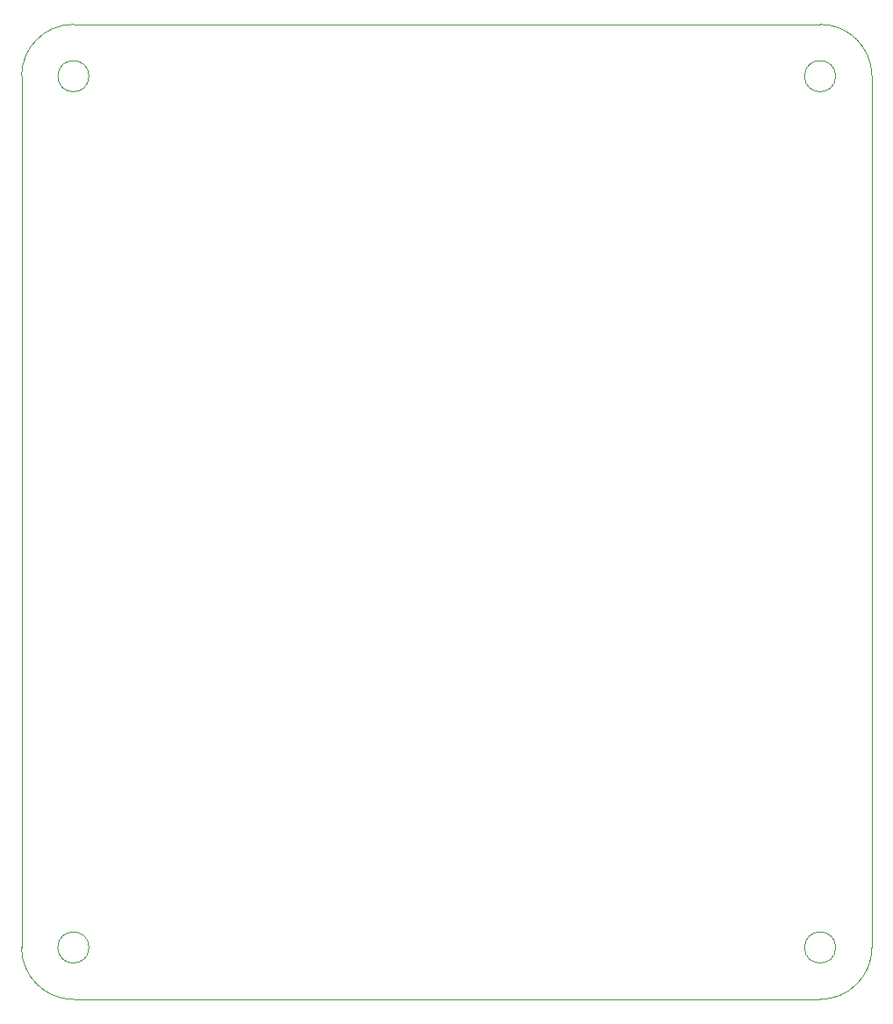
<source format=gm1>
G04 #@! TF.GenerationSoftware,KiCad,Pcbnew,(5.1.5)-3*
G04 #@! TF.CreationDate,2020-05-29T16:30:41+07:00*
G04 #@! TF.ProjectId,LIBV,4c494256-2e6b-4696-9361-645f70636258,rev?*
G04 #@! TF.SameCoordinates,PX6b93100PY86f1e60*
G04 #@! TF.FileFunction,Profile,NP*
%FSLAX46Y46*%
G04 Gerber Fmt 4.6, Leading zero omitted, Abs format (unit mm)*
G04 Created by KiCad (PCBNEW (5.1.5)-3) date 2020-05-29 16:30:41*
%MOMM*%
%LPD*%
G04 APERTURE LIST*
%ADD10C,0.050000*%
G04 APERTURE END LIST*
D10*
X5000000Y94000000D02*
X77000000Y94000000D01*
X0Y5000000D02*
X0Y89000000D01*
X5000000Y0D02*
X77000000Y0D01*
X6500000Y5000000D02*
G75*
G03X6500000Y5000000I-1500000J0D01*
G01*
X5000000Y0D02*
G75*
G02X0Y5000000I0J5000000D01*
G01*
X6500000Y89000000D02*
G75*
G03X6500000Y89000000I-1500000J0D01*
G01*
X0Y89000000D02*
G75*
G02X5000000Y94000000I5000000J0D01*
G01*
X82000000Y89000000D02*
X82000000Y5000000D01*
X78500000Y89000000D02*
G75*
G03X78500000Y89000000I-1500000J0D01*
G01*
X77000000Y94000000D02*
G75*
G02X82000000Y89000000I0J-5000000D01*
G01*
X82000000Y5000000D02*
G75*
G02X77000000Y0I-5000000J0D01*
G01*
X78500000Y5000000D02*
G75*
G03X78500000Y5000000I-1500000J0D01*
G01*
M02*

</source>
